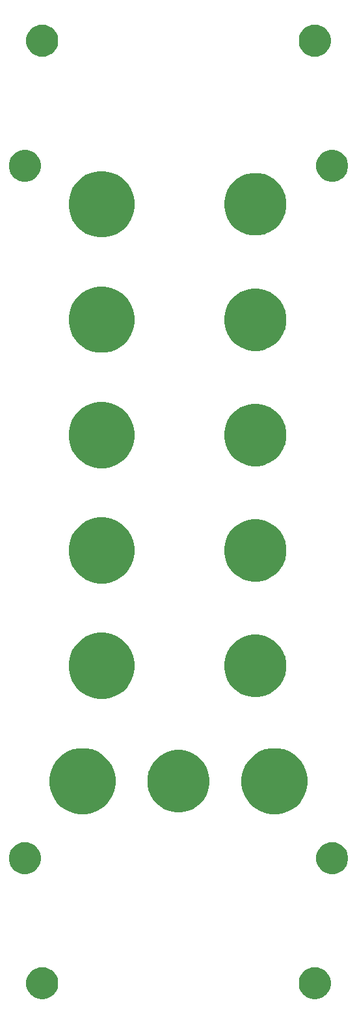
<source format=gbs>
G04 #@! TF.GenerationSoftware,KiCad,Pcbnew,(5.1.0)-1*
G04 #@! TF.CreationDate,2019-05-27T17:54:16-04:00*
G04 #@! TF.ProjectId,VCA_Panel,5643415f-5061-46e6-956c-2e6b69636164,rev?*
G04 #@! TF.SameCoordinates,Original*
G04 #@! TF.FileFunction,Soldermask,Bot*
G04 #@! TF.FilePolarity,Negative*
%FSLAX46Y46*%
G04 Gerber Fmt 4.6, Leading zero omitted, Abs format (unit mm)*
G04 Created by KiCad (PCBNEW (5.1.0)-1) date 2019-05-27 17:54:16*
%MOMM*%
%LPD*%
G04 APERTURE LIST*
%ADD10C,0.100000*%
G04 APERTURE END LIST*
D10*
G36*
X73406373Y-153457024D02*
G01*
X73607589Y-153497048D01*
X73986671Y-153654069D01*
X74327835Y-153882028D01*
X74617972Y-154172165D01*
X74845931Y-154513329D01*
X75002952Y-154892411D01*
X75083000Y-155294842D01*
X75083000Y-155705158D01*
X75002952Y-156107589D01*
X74845931Y-156486671D01*
X74617972Y-156827835D01*
X74327835Y-157117972D01*
X73986671Y-157345931D01*
X73607589Y-157502952D01*
X73406373Y-157542976D01*
X73205159Y-157583000D01*
X72794841Y-157583000D01*
X72593627Y-157542976D01*
X72392411Y-157502952D01*
X72013329Y-157345931D01*
X71672165Y-157117972D01*
X71382028Y-156827835D01*
X71154069Y-156486671D01*
X70997048Y-156107589D01*
X70917000Y-155705158D01*
X70917000Y-155294842D01*
X70997048Y-154892411D01*
X71154069Y-154513329D01*
X71382028Y-154172165D01*
X71672165Y-153882028D01*
X72013329Y-153654069D01*
X72392411Y-153497048D01*
X72593627Y-153457024D01*
X72794841Y-153417000D01*
X73205159Y-153417000D01*
X73406373Y-153457024D01*
X73406373Y-153457024D01*
G37*
G36*
X37906373Y-153457024D02*
G01*
X38107589Y-153497048D01*
X38486671Y-153654069D01*
X38827835Y-153882028D01*
X39117972Y-154172165D01*
X39345931Y-154513329D01*
X39502952Y-154892411D01*
X39583000Y-155294842D01*
X39583000Y-155705158D01*
X39502952Y-156107589D01*
X39345931Y-156486671D01*
X39117972Y-156827835D01*
X38827835Y-157117972D01*
X38486671Y-157345931D01*
X38107589Y-157502952D01*
X37906373Y-157542976D01*
X37705159Y-157583000D01*
X37294841Y-157583000D01*
X37093627Y-157542976D01*
X36892411Y-157502952D01*
X36513329Y-157345931D01*
X36172165Y-157117972D01*
X35882028Y-156827835D01*
X35654069Y-156486671D01*
X35497048Y-156107589D01*
X35417000Y-155705158D01*
X35417000Y-155294842D01*
X35497048Y-154892411D01*
X35654069Y-154513329D01*
X35882028Y-154172165D01*
X36172165Y-153882028D01*
X36513329Y-153654069D01*
X36892411Y-153497048D01*
X37093627Y-153457024D01*
X37294841Y-153417000D01*
X37705159Y-153417000D01*
X37906373Y-153457024D01*
X37906373Y-153457024D01*
G37*
G36*
X35656373Y-137207024D02*
G01*
X35857589Y-137247048D01*
X36236671Y-137404069D01*
X36577835Y-137632028D01*
X36867972Y-137922165D01*
X37095931Y-138263329D01*
X37252952Y-138642411D01*
X37333000Y-139044842D01*
X37333000Y-139455158D01*
X37252952Y-139857589D01*
X37095931Y-140236671D01*
X36867972Y-140577835D01*
X36577835Y-140867972D01*
X36236671Y-141095931D01*
X35857589Y-141252952D01*
X35455159Y-141333000D01*
X35044841Y-141333000D01*
X34642411Y-141252952D01*
X34263329Y-141095931D01*
X33922165Y-140867972D01*
X33632028Y-140577835D01*
X33404069Y-140236671D01*
X33247048Y-139857589D01*
X33167000Y-139455158D01*
X33167000Y-139044842D01*
X33247048Y-138642411D01*
X33404069Y-138263329D01*
X33632028Y-137922165D01*
X33922165Y-137632028D01*
X34263329Y-137404069D01*
X34642411Y-137247048D01*
X34843627Y-137207024D01*
X35044841Y-137167000D01*
X35455159Y-137167000D01*
X35656373Y-137207024D01*
X35656373Y-137207024D01*
G37*
G36*
X75656373Y-137207024D02*
G01*
X75857589Y-137247048D01*
X76236671Y-137404069D01*
X76577835Y-137632028D01*
X76867972Y-137922165D01*
X77095931Y-138263329D01*
X77252952Y-138642411D01*
X77333000Y-139044842D01*
X77333000Y-139455158D01*
X77252952Y-139857589D01*
X77095931Y-140236671D01*
X76867972Y-140577835D01*
X76577835Y-140867972D01*
X76236671Y-141095931D01*
X75857589Y-141252952D01*
X75455159Y-141333000D01*
X75044841Y-141333000D01*
X74642411Y-141252952D01*
X74263329Y-141095931D01*
X73922165Y-140867972D01*
X73632028Y-140577835D01*
X73404069Y-140236671D01*
X73247048Y-139857589D01*
X73167000Y-139455158D01*
X73167000Y-139044842D01*
X73247048Y-138642411D01*
X73404069Y-138263329D01*
X73632028Y-137922165D01*
X73922165Y-137632028D01*
X74263329Y-137404069D01*
X74642411Y-137247048D01*
X74843627Y-137207024D01*
X75044841Y-137167000D01*
X75455159Y-137167000D01*
X75656373Y-137207024D01*
X75656373Y-137207024D01*
G37*
G36*
X69004554Y-125114284D02*
G01*
X69787286Y-125438502D01*
X69787288Y-125438503D01*
X70491728Y-125909195D01*
X71090805Y-126508272D01*
X71561497Y-127212712D01*
X71561498Y-127212714D01*
X71885716Y-127995446D01*
X72051000Y-128826387D01*
X72051000Y-129673613D01*
X71885716Y-130504554D01*
X71885715Y-130504556D01*
X71561497Y-131287288D01*
X71090805Y-131991728D01*
X70491728Y-132590805D01*
X69787288Y-133061497D01*
X69787287Y-133061498D01*
X69787286Y-133061498D01*
X69004554Y-133385716D01*
X68173613Y-133551000D01*
X67326387Y-133551000D01*
X66495446Y-133385716D01*
X65712714Y-133061498D01*
X65712713Y-133061498D01*
X65712712Y-133061497D01*
X65008272Y-132590805D01*
X64409195Y-131991728D01*
X63938503Y-131287288D01*
X63614285Y-130504556D01*
X63614284Y-130504554D01*
X63449000Y-129673613D01*
X63449000Y-128826387D01*
X63614284Y-127995446D01*
X63938502Y-127212714D01*
X63938503Y-127212712D01*
X64409195Y-126508272D01*
X65008272Y-125909195D01*
X65712712Y-125438503D01*
X65712714Y-125438502D01*
X66495446Y-125114284D01*
X67326387Y-124949000D01*
X68173613Y-124949000D01*
X69004554Y-125114284D01*
X69004554Y-125114284D01*
G37*
G36*
X44004554Y-125114284D02*
G01*
X44787286Y-125438502D01*
X44787288Y-125438503D01*
X45491728Y-125909195D01*
X46090805Y-126508272D01*
X46561497Y-127212712D01*
X46561498Y-127212714D01*
X46885716Y-127995446D01*
X47051000Y-128826387D01*
X47051000Y-129673613D01*
X46885716Y-130504554D01*
X46885715Y-130504556D01*
X46561497Y-131287288D01*
X46090805Y-131991728D01*
X45491728Y-132590805D01*
X44787288Y-133061497D01*
X44787287Y-133061498D01*
X44787286Y-133061498D01*
X44004554Y-133385716D01*
X43173613Y-133551000D01*
X42326387Y-133551000D01*
X41495446Y-133385716D01*
X40712714Y-133061498D01*
X40712713Y-133061498D01*
X40712712Y-133061497D01*
X40008272Y-132590805D01*
X39409195Y-131991728D01*
X38938503Y-131287288D01*
X38614285Y-130504556D01*
X38614284Y-130504554D01*
X38449000Y-129673613D01*
X38449000Y-128826387D01*
X38614284Y-127995446D01*
X38938502Y-127212714D01*
X38938503Y-127212712D01*
X39409195Y-126508272D01*
X40008272Y-125909195D01*
X40712712Y-125438503D01*
X40712714Y-125438502D01*
X41495446Y-125114284D01*
X42326387Y-124949000D01*
X43173613Y-124949000D01*
X44004554Y-125114284D01*
X44004554Y-125114284D01*
G37*
G36*
X56431632Y-125354677D02*
G01*
X56634003Y-125438502D01*
X57168868Y-125660050D01*
X57832362Y-126103383D01*
X58396617Y-126667638D01*
X58839950Y-127331132D01*
X59018833Y-127762995D01*
X59145323Y-128068368D01*
X59301000Y-128851010D01*
X59301000Y-129648990D01*
X59145323Y-130431632D01*
X59018833Y-130737005D01*
X58839950Y-131168868D01*
X58396617Y-131832362D01*
X57832362Y-132396617D01*
X57168868Y-132839950D01*
X56737005Y-133018833D01*
X56431632Y-133145323D01*
X55648990Y-133301000D01*
X54851010Y-133301000D01*
X54068368Y-133145323D01*
X53762995Y-133018833D01*
X53331132Y-132839950D01*
X52667638Y-132396617D01*
X52103383Y-131832362D01*
X51660050Y-131168868D01*
X51481167Y-130737005D01*
X51354677Y-130431632D01*
X51199000Y-129648990D01*
X51199000Y-128851010D01*
X51354677Y-128068368D01*
X51481167Y-127762995D01*
X51660050Y-127331132D01*
X52103383Y-126667638D01*
X52667638Y-126103383D01*
X53331132Y-125660050D01*
X53865997Y-125438502D01*
X54068368Y-125354677D01*
X54851010Y-125199000D01*
X55648990Y-125199000D01*
X56431632Y-125354677D01*
X56431632Y-125354677D01*
G37*
G36*
X46504554Y-110114284D02*
G01*
X47287286Y-110438502D01*
X47287288Y-110438503D01*
X47991728Y-110909195D01*
X48590805Y-111508272D01*
X49061497Y-112212712D01*
X49061498Y-112212714D01*
X49385716Y-112995446D01*
X49551000Y-113826387D01*
X49551000Y-114673613D01*
X49385716Y-115504554D01*
X49385715Y-115504556D01*
X49061497Y-116287288D01*
X48590805Y-116991728D01*
X47991728Y-117590805D01*
X47287288Y-118061497D01*
X47287287Y-118061498D01*
X47287286Y-118061498D01*
X46504554Y-118385716D01*
X45673613Y-118551000D01*
X44826387Y-118551000D01*
X43995446Y-118385716D01*
X43212714Y-118061498D01*
X43212713Y-118061498D01*
X43212712Y-118061497D01*
X42508272Y-117590805D01*
X41909195Y-116991728D01*
X41438503Y-116287288D01*
X41114285Y-115504556D01*
X41114284Y-115504554D01*
X40949000Y-114673613D01*
X40949000Y-113826387D01*
X41114284Y-112995446D01*
X41438502Y-112212714D01*
X41438503Y-112212712D01*
X41909195Y-111508272D01*
X42508272Y-110909195D01*
X43212712Y-110438503D01*
X43212714Y-110438502D01*
X43995446Y-110114284D01*
X44826387Y-109949000D01*
X45673613Y-109949000D01*
X46504554Y-110114284D01*
X46504554Y-110114284D01*
G37*
G36*
X66431632Y-110354677D02*
G01*
X66634003Y-110438502D01*
X67168868Y-110660050D01*
X67832362Y-111103383D01*
X68396617Y-111667638D01*
X68839950Y-112331132D01*
X69018833Y-112762995D01*
X69145323Y-113068368D01*
X69301000Y-113851010D01*
X69301000Y-114648990D01*
X69145323Y-115431632D01*
X69018833Y-115737005D01*
X68839950Y-116168868D01*
X68396617Y-116832362D01*
X67832362Y-117396617D01*
X67168868Y-117839950D01*
X66737005Y-118018833D01*
X66431632Y-118145323D01*
X65648990Y-118301000D01*
X64851010Y-118301000D01*
X64068368Y-118145323D01*
X63762995Y-118018833D01*
X63331132Y-117839950D01*
X62667638Y-117396617D01*
X62103383Y-116832362D01*
X61660050Y-116168868D01*
X61481167Y-115737005D01*
X61354677Y-115431632D01*
X61199000Y-114648990D01*
X61199000Y-113851010D01*
X61354677Y-113068368D01*
X61481167Y-112762995D01*
X61660050Y-112331132D01*
X62103383Y-111667638D01*
X62667638Y-111103383D01*
X63331132Y-110660050D01*
X63865997Y-110438502D01*
X64068368Y-110354677D01*
X64851010Y-110199000D01*
X65648990Y-110199000D01*
X66431632Y-110354677D01*
X66431632Y-110354677D01*
G37*
G36*
X46504554Y-95114284D02*
G01*
X47287286Y-95438502D01*
X47287288Y-95438503D01*
X47991728Y-95909195D01*
X48590805Y-96508272D01*
X49061497Y-97212712D01*
X49061498Y-97212714D01*
X49385716Y-97995446D01*
X49551000Y-98826387D01*
X49551000Y-99673613D01*
X49385716Y-100504554D01*
X49385715Y-100504556D01*
X49061497Y-101287288D01*
X48590805Y-101991728D01*
X47991728Y-102590805D01*
X47287288Y-103061497D01*
X47287287Y-103061498D01*
X47287286Y-103061498D01*
X46504554Y-103385716D01*
X45673613Y-103551000D01*
X44826387Y-103551000D01*
X43995446Y-103385716D01*
X43212714Y-103061498D01*
X43212713Y-103061498D01*
X43212712Y-103061497D01*
X42508272Y-102590805D01*
X41909195Y-101991728D01*
X41438503Y-101287288D01*
X41114285Y-100504556D01*
X41114284Y-100504554D01*
X40949000Y-99673613D01*
X40949000Y-98826387D01*
X41114284Y-97995446D01*
X41438502Y-97212714D01*
X41438503Y-97212712D01*
X41909195Y-96508272D01*
X42508272Y-95909195D01*
X43212712Y-95438503D01*
X43212714Y-95438502D01*
X43995446Y-95114284D01*
X44826387Y-94949000D01*
X45673613Y-94949000D01*
X46504554Y-95114284D01*
X46504554Y-95114284D01*
G37*
G36*
X66431632Y-95354677D02*
G01*
X66634003Y-95438502D01*
X67168868Y-95660050D01*
X67832362Y-96103383D01*
X68396617Y-96667638D01*
X68839950Y-97331132D01*
X69018833Y-97762995D01*
X69145323Y-98068368D01*
X69301000Y-98851010D01*
X69301000Y-99648990D01*
X69145323Y-100431632D01*
X69018833Y-100737005D01*
X68839950Y-101168868D01*
X68396617Y-101832362D01*
X67832362Y-102396617D01*
X67168868Y-102839950D01*
X66737005Y-103018833D01*
X66431632Y-103145323D01*
X65648990Y-103301000D01*
X64851010Y-103301000D01*
X64068368Y-103145323D01*
X63762995Y-103018833D01*
X63331132Y-102839950D01*
X62667638Y-102396617D01*
X62103383Y-101832362D01*
X61660050Y-101168868D01*
X61481167Y-100737005D01*
X61354677Y-100431632D01*
X61199000Y-99648990D01*
X61199000Y-98851010D01*
X61354677Y-98068368D01*
X61481167Y-97762995D01*
X61660050Y-97331132D01*
X62103383Y-96667638D01*
X62667638Y-96103383D01*
X63331132Y-95660050D01*
X63865997Y-95438502D01*
X64068368Y-95354677D01*
X64851010Y-95199000D01*
X65648990Y-95199000D01*
X66431632Y-95354677D01*
X66431632Y-95354677D01*
G37*
G36*
X46504554Y-80114284D02*
G01*
X47287286Y-80438502D01*
X47287288Y-80438503D01*
X47991728Y-80909195D01*
X48590805Y-81508272D01*
X49061497Y-82212712D01*
X49061498Y-82212714D01*
X49385716Y-82995446D01*
X49551000Y-83826387D01*
X49551000Y-84673613D01*
X49385716Y-85504554D01*
X49385715Y-85504556D01*
X49061497Y-86287288D01*
X48590805Y-86991728D01*
X47991728Y-87590805D01*
X47287288Y-88061497D01*
X47287287Y-88061498D01*
X47287286Y-88061498D01*
X46504554Y-88385716D01*
X45673613Y-88551000D01*
X44826387Y-88551000D01*
X43995446Y-88385716D01*
X43212714Y-88061498D01*
X43212713Y-88061498D01*
X43212712Y-88061497D01*
X42508272Y-87590805D01*
X41909195Y-86991728D01*
X41438503Y-86287288D01*
X41114285Y-85504556D01*
X41114284Y-85504554D01*
X40949000Y-84673613D01*
X40949000Y-83826387D01*
X41114284Y-82995446D01*
X41438502Y-82212714D01*
X41438503Y-82212712D01*
X41909195Y-81508272D01*
X42508272Y-80909195D01*
X43212712Y-80438503D01*
X43212714Y-80438502D01*
X43995446Y-80114284D01*
X44826387Y-79949000D01*
X45673613Y-79949000D01*
X46504554Y-80114284D01*
X46504554Y-80114284D01*
G37*
G36*
X66431632Y-80354677D02*
G01*
X66634003Y-80438502D01*
X67168868Y-80660050D01*
X67832362Y-81103383D01*
X68396617Y-81667638D01*
X68839950Y-82331132D01*
X69018833Y-82762995D01*
X69145323Y-83068368D01*
X69301000Y-83851010D01*
X69301000Y-84648990D01*
X69145323Y-85431632D01*
X69018833Y-85737005D01*
X68839950Y-86168868D01*
X68396617Y-86832362D01*
X67832362Y-87396617D01*
X67168868Y-87839950D01*
X66737005Y-88018833D01*
X66431632Y-88145323D01*
X65648990Y-88301000D01*
X64851010Y-88301000D01*
X64068368Y-88145323D01*
X63762995Y-88018833D01*
X63331132Y-87839950D01*
X62667638Y-87396617D01*
X62103383Y-86832362D01*
X61660050Y-86168868D01*
X61481167Y-85737005D01*
X61354677Y-85431632D01*
X61199000Y-84648990D01*
X61199000Y-83851010D01*
X61354677Y-83068368D01*
X61481167Y-82762995D01*
X61660050Y-82331132D01*
X62103383Y-81667638D01*
X62667638Y-81103383D01*
X63331132Y-80660050D01*
X63865997Y-80438502D01*
X64068368Y-80354677D01*
X64851010Y-80199000D01*
X65648990Y-80199000D01*
X66431632Y-80354677D01*
X66431632Y-80354677D01*
G37*
G36*
X46504554Y-65114284D02*
G01*
X47287286Y-65438502D01*
X47287288Y-65438503D01*
X47991728Y-65909195D01*
X48590805Y-66508272D01*
X49061497Y-67212712D01*
X49061498Y-67212714D01*
X49385716Y-67995446D01*
X49551000Y-68826387D01*
X49551000Y-69673613D01*
X49385716Y-70504554D01*
X49385715Y-70504556D01*
X49061497Y-71287288D01*
X48590805Y-71991728D01*
X47991728Y-72590805D01*
X47287288Y-73061497D01*
X47287287Y-73061498D01*
X47287286Y-73061498D01*
X46504554Y-73385716D01*
X45673613Y-73551000D01*
X44826387Y-73551000D01*
X43995446Y-73385716D01*
X43212714Y-73061498D01*
X43212713Y-73061498D01*
X43212712Y-73061497D01*
X42508272Y-72590805D01*
X41909195Y-71991728D01*
X41438503Y-71287288D01*
X41114285Y-70504556D01*
X41114284Y-70504554D01*
X40949000Y-69673613D01*
X40949000Y-68826387D01*
X41114284Y-67995446D01*
X41438502Y-67212714D01*
X41438503Y-67212712D01*
X41909195Y-66508272D01*
X42508272Y-65909195D01*
X43212712Y-65438503D01*
X43212714Y-65438502D01*
X43995446Y-65114284D01*
X44826387Y-64949000D01*
X45673613Y-64949000D01*
X46504554Y-65114284D01*
X46504554Y-65114284D01*
G37*
G36*
X66431632Y-65354677D02*
G01*
X66634003Y-65438502D01*
X67168868Y-65660050D01*
X67832362Y-66103383D01*
X68396617Y-66667638D01*
X68839950Y-67331132D01*
X69018833Y-67762995D01*
X69145323Y-68068368D01*
X69301000Y-68851010D01*
X69301000Y-69648990D01*
X69145323Y-70431632D01*
X69018833Y-70737005D01*
X68839950Y-71168868D01*
X68396617Y-71832362D01*
X67832362Y-72396617D01*
X67168868Y-72839950D01*
X66737005Y-73018833D01*
X66431632Y-73145323D01*
X65648990Y-73301000D01*
X64851010Y-73301000D01*
X64068368Y-73145323D01*
X63762995Y-73018833D01*
X63331132Y-72839950D01*
X62667638Y-72396617D01*
X62103383Y-71832362D01*
X61660050Y-71168868D01*
X61481167Y-70737005D01*
X61354677Y-70431632D01*
X61199000Y-69648990D01*
X61199000Y-68851010D01*
X61354677Y-68068368D01*
X61481167Y-67762995D01*
X61660050Y-67331132D01*
X62103383Y-66667638D01*
X62667638Y-66103383D01*
X63331132Y-65660050D01*
X63865997Y-65438502D01*
X64068368Y-65354677D01*
X64851010Y-65199000D01*
X65648990Y-65199000D01*
X66431632Y-65354677D01*
X66431632Y-65354677D01*
G37*
G36*
X46504554Y-50114284D02*
G01*
X47287286Y-50438502D01*
X47287288Y-50438503D01*
X47991728Y-50909195D01*
X48590805Y-51508272D01*
X49061497Y-52212712D01*
X49061498Y-52212714D01*
X49385716Y-52995446D01*
X49551000Y-53826387D01*
X49551000Y-54673613D01*
X49385716Y-55504554D01*
X49385715Y-55504556D01*
X49061497Y-56287288D01*
X48590805Y-56991728D01*
X47991728Y-57590805D01*
X47287288Y-58061497D01*
X47287287Y-58061498D01*
X47287286Y-58061498D01*
X46504554Y-58385716D01*
X45673613Y-58551000D01*
X44826387Y-58551000D01*
X43995446Y-58385716D01*
X43212714Y-58061498D01*
X43212713Y-58061498D01*
X43212712Y-58061497D01*
X42508272Y-57590805D01*
X41909195Y-56991728D01*
X41438503Y-56287288D01*
X41114285Y-55504556D01*
X41114284Y-55504554D01*
X40949000Y-54673613D01*
X40949000Y-53826387D01*
X41114284Y-52995446D01*
X41438502Y-52212714D01*
X41438503Y-52212712D01*
X41909195Y-51508272D01*
X42508272Y-50909195D01*
X43212712Y-50438503D01*
X43212714Y-50438502D01*
X43995446Y-50114284D01*
X44826387Y-49949000D01*
X45673613Y-49949000D01*
X46504554Y-50114284D01*
X46504554Y-50114284D01*
G37*
G36*
X66431632Y-50354677D02*
G01*
X66634003Y-50438502D01*
X67168868Y-50660050D01*
X67832362Y-51103383D01*
X68396617Y-51667638D01*
X68839950Y-52331132D01*
X69018833Y-52762995D01*
X69145323Y-53068368D01*
X69301000Y-53851010D01*
X69301000Y-54648990D01*
X69145323Y-55431632D01*
X69018833Y-55737005D01*
X68839950Y-56168868D01*
X68396617Y-56832362D01*
X67832362Y-57396617D01*
X67168868Y-57839950D01*
X66737005Y-58018833D01*
X66431632Y-58145323D01*
X65648990Y-58301000D01*
X64851010Y-58301000D01*
X64068368Y-58145323D01*
X63762995Y-58018833D01*
X63331132Y-57839950D01*
X62667638Y-57396617D01*
X62103383Y-56832362D01*
X61660050Y-56168868D01*
X61481167Y-55737005D01*
X61354677Y-55431632D01*
X61199000Y-54648990D01*
X61199000Y-53851010D01*
X61354677Y-53068368D01*
X61481167Y-52762995D01*
X61660050Y-52331132D01*
X62103383Y-51667638D01*
X62667638Y-51103383D01*
X63331132Y-50660050D01*
X63865997Y-50438502D01*
X64068368Y-50354677D01*
X64851010Y-50199000D01*
X65648990Y-50199000D01*
X66431632Y-50354677D01*
X66431632Y-50354677D01*
G37*
G36*
X35857589Y-47247048D02*
G01*
X36236671Y-47404069D01*
X36577835Y-47632028D01*
X36867972Y-47922165D01*
X37095931Y-48263329D01*
X37252952Y-48642411D01*
X37333000Y-49044842D01*
X37333000Y-49455158D01*
X37252952Y-49857589D01*
X37095931Y-50236671D01*
X36867972Y-50577835D01*
X36577835Y-50867972D01*
X36236671Y-51095931D01*
X36236670Y-51095932D01*
X36236669Y-51095932D01*
X36125639Y-51141922D01*
X35857589Y-51252952D01*
X35455159Y-51333000D01*
X35044841Y-51333000D01*
X34642411Y-51252952D01*
X34374361Y-51141922D01*
X34263331Y-51095932D01*
X34263330Y-51095932D01*
X34263329Y-51095931D01*
X33922165Y-50867972D01*
X33632028Y-50577835D01*
X33404069Y-50236671D01*
X33247048Y-49857589D01*
X33167000Y-49455158D01*
X33167000Y-49044842D01*
X33247048Y-48642411D01*
X33404069Y-48263329D01*
X33632028Y-47922165D01*
X33922165Y-47632028D01*
X34263329Y-47404069D01*
X34642411Y-47247048D01*
X35044841Y-47167000D01*
X35455159Y-47167000D01*
X35857589Y-47247048D01*
X35857589Y-47247048D01*
G37*
G36*
X75857589Y-47247048D02*
G01*
X76236671Y-47404069D01*
X76577835Y-47632028D01*
X76867972Y-47922165D01*
X77095931Y-48263329D01*
X77252952Y-48642411D01*
X77333000Y-49044842D01*
X77333000Y-49455158D01*
X77252952Y-49857589D01*
X77095931Y-50236671D01*
X76867972Y-50577835D01*
X76577835Y-50867972D01*
X76236671Y-51095931D01*
X76236670Y-51095932D01*
X76236669Y-51095932D01*
X76125639Y-51141922D01*
X75857589Y-51252952D01*
X75455159Y-51333000D01*
X75044841Y-51333000D01*
X74642411Y-51252952D01*
X74374361Y-51141922D01*
X74263331Y-51095932D01*
X74263330Y-51095932D01*
X74263329Y-51095931D01*
X73922165Y-50867972D01*
X73632028Y-50577835D01*
X73404069Y-50236671D01*
X73247048Y-49857589D01*
X73167000Y-49455158D01*
X73167000Y-49044842D01*
X73247048Y-48642411D01*
X73404069Y-48263329D01*
X73632028Y-47922165D01*
X73922165Y-47632028D01*
X74263329Y-47404069D01*
X74642411Y-47247048D01*
X75044841Y-47167000D01*
X75455159Y-47167000D01*
X75857589Y-47247048D01*
X75857589Y-47247048D01*
G37*
G36*
X37906373Y-30957024D02*
G01*
X38107589Y-30997048D01*
X38486671Y-31154069D01*
X38827835Y-31382028D01*
X39117972Y-31672165D01*
X39345931Y-32013329D01*
X39502952Y-32392411D01*
X39583000Y-32794842D01*
X39583000Y-33205158D01*
X39502952Y-33607589D01*
X39345931Y-33986671D01*
X39117972Y-34327835D01*
X38827835Y-34617972D01*
X38486671Y-34845931D01*
X38107589Y-35002952D01*
X37906373Y-35042976D01*
X37705159Y-35083000D01*
X37294841Y-35083000D01*
X37093627Y-35042976D01*
X36892411Y-35002952D01*
X36513329Y-34845931D01*
X36172165Y-34617972D01*
X35882028Y-34327835D01*
X35654069Y-33986671D01*
X35497048Y-33607589D01*
X35417000Y-33205158D01*
X35417000Y-32794842D01*
X35497048Y-32392411D01*
X35654069Y-32013329D01*
X35882028Y-31672165D01*
X36172165Y-31382028D01*
X36513329Y-31154069D01*
X36892411Y-30997048D01*
X37093627Y-30957024D01*
X37294841Y-30917000D01*
X37705159Y-30917000D01*
X37906373Y-30957024D01*
X37906373Y-30957024D01*
G37*
G36*
X73406373Y-30957024D02*
G01*
X73607589Y-30997048D01*
X73986671Y-31154069D01*
X74327835Y-31382028D01*
X74617972Y-31672165D01*
X74845931Y-32013329D01*
X75002952Y-32392411D01*
X75083000Y-32794842D01*
X75083000Y-33205158D01*
X75002952Y-33607589D01*
X74845931Y-33986671D01*
X74617972Y-34327835D01*
X74327835Y-34617972D01*
X73986671Y-34845931D01*
X73607589Y-35002952D01*
X73406373Y-35042976D01*
X73205159Y-35083000D01*
X72794841Y-35083000D01*
X72593627Y-35042976D01*
X72392411Y-35002952D01*
X72013329Y-34845931D01*
X71672165Y-34617972D01*
X71382028Y-34327835D01*
X71154069Y-33986671D01*
X70997048Y-33607589D01*
X70917000Y-33205158D01*
X70917000Y-32794842D01*
X70997048Y-32392411D01*
X71154069Y-32013329D01*
X71382028Y-31672165D01*
X71672165Y-31382028D01*
X72013329Y-31154069D01*
X72392411Y-30997048D01*
X72593627Y-30957024D01*
X72794841Y-30917000D01*
X73205159Y-30917000D01*
X73406373Y-30957024D01*
X73406373Y-30957024D01*
G37*
M02*

</source>
